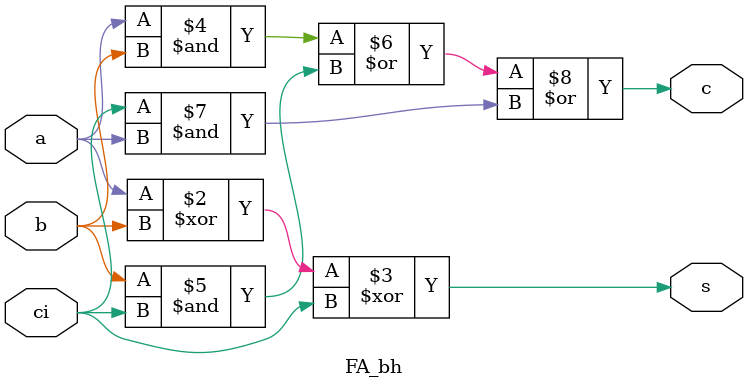
<source format=v>

module FA_bh (
    s,c,a,b,ci
);
input   a,b,ci;
output  reg s,c;

always @(*) begin
    s = a ^ b ^ ci ;            // Sum 
    c = a&b | b&ci | ci&a ;     // Carry
end
    
endmodule
</source>
